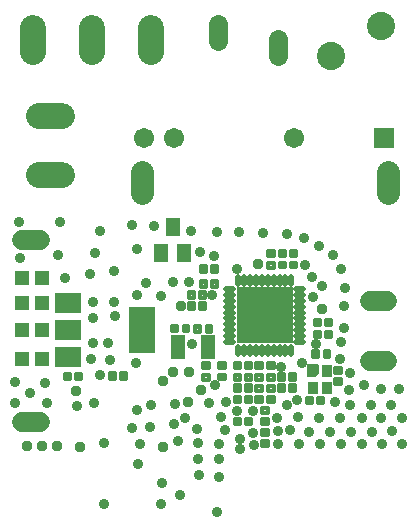
<source format=gbr>
G04 EAGLE Gerber RS-274X export*
G75*
%MOMM*%
%FSLAX34Y34*%
%LPD*%
%INSoldermask Bottom*%
%IPPOS*%
%AMOC8*
5,1,8,0,0,1.08239X$1,22.5*%
G01*
%ADD10C,1.711200*%
%ADD11R,1.711200X1.711200*%
%ADD12R,1.203200X1.603200*%
%ADD13C,1.711200*%
%ADD14C,2.184400*%
%ADD15C,2.387600*%
%ADD16C,0.380734*%
%ADD17C,0.503200*%
%ADD18R,4.703200X4.703200*%
%ADD19C,1.011200*%
%ADD20R,0.950000X1.050000*%
%ADD21R,1.203200X2.003200*%
%ADD22R,1.303200X1.203200*%
%ADD23C,1.981200*%
%ADD24R,2.209800X1.701800*%
%ADD25R,2.209800X4.013200*%
%ADD26C,1.625600*%
%ADD27C,0.909600*%
%ADD28C,0.959600*%

G36*
X266526Y122563D02*
X266526Y122563D01*
X266583Y122573D01*
X266597Y122584D01*
X266605Y122586D01*
X266614Y122596D01*
X266649Y122621D01*
X269899Y125871D01*
X269927Y125922D01*
X269960Y125970D01*
X269963Y125987D01*
X269967Y125994D01*
X269966Y126007D01*
X269973Y126050D01*
X269973Y132800D01*
X269969Y132815D01*
X269971Y132831D01*
X269950Y132882D01*
X269934Y132935D01*
X269922Y132946D01*
X269916Y132960D01*
X269870Y132992D01*
X269829Y133029D01*
X269813Y133031D01*
X269800Y133040D01*
X269720Y133053D01*
X260720Y133053D01*
X260705Y133049D01*
X260689Y133051D01*
X260638Y133030D01*
X260585Y133014D01*
X260574Y133002D01*
X260560Y132996D01*
X260528Y132950D01*
X260491Y132909D01*
X260489Y132893D01*
X260480Y132880D01*
X260467Y132800D01*
X260467Y122800D01*
X260471Y122785D01*
X260469Y122769D01*
X260490Y122718D01*
X260506Y122665D01*
X260518Y122654D01*
X260524Y122640D01*
X260570Y122608D01*
X260611Y122571D01*
X260627Y122569D01*
X260640Y122560D01*
X260720Y122547D01*
X266470Y122547D01*
X266526Y122563D01*
G37*
D10*
X122460Y324470D03*
X147860Y324470D03*
X249460Y324470D03*
D11*
X325660Y324470D03*
D12*
X146400Y249270D03*
X136900Y227270D03*
X155900Y227270D03*
D13*
X313150Y136380D02*
X328230Y136380D01*
X328230Y186380D02*
X313150Y186380D01*
X34230Y84380D02*
X19150Y84380D01*
X19150Y238380D02*
X34230Y238380D01*
D14*
X33124Y293304D02*
X52936Y293304D01*
X52936Y343596D02*
X33124Y343596D01*
D15*
X280173Y394080D03*
X322947Y419480D03*
D16*
X227297Y133863D02*
X227297Y129737D01*
X227297Y133863D02*
X231923Y133863D01*
X231923Y129737D01*
X227297Y129737D01*
X227297Y133354D02*
X231923Y133354D01*
X227297Y124263D02*
X227297Y120137D01*
X227297Y124263D02*
X231923Y124263D01*
X231923Y120137D01*
X227297Y120137D01*
X227297Y123754D02*
X231923Y123754D01*
X221923Y124263D02*
X221923Y120137D01*
X217297Y120137D01*
X217297Y124263D01*
X221923Y124263D01*
X221923Y123754D02*
X217297Y123754D01*
X221923Y129737D02*
X221923Y133863D01*
X221923Y129737D02*
X217297Y129737D01*
X217297Y133863D01*
X221923Y133863D01*
X221923Y133354D02*
X217297Y133354D01*
X236497Y110737D02*
X240623Y110737D01*
X236497Y110737D02*
X236497Y115363D01*
X240623Y115363D01*
X240623Y110737D01*
X240623Y114354D02*
X236497Y114354D01*
X246097Y110737D02*
X250223Y110737D01*
X246097Y110737D02*
X246097Y115363D01*
X250223Y115363D01*
X250223Y110737D01*
X250223Y114354D02*
X246097Y114354D01*
X221923Y105513D02*
X221923Y101387D01*
X217297Y101387D01*
X217297Y105513D01*
X221923Y105513D01*
X221923Y105004D02*
X217297Y105004D01*
X221923Y110987D02*
X221923Y115113D01*
X221923Y110987D02*
X217297Y110987D01*
X217297Y115113D01*
X221923Y115113D01*
X221923Y114604D02*
X217297Y114604D01*
X203123Y101137D02*
X198997Y101137D01*
X198997Y105763D01*
X203123Y105763D01*
X203123Y101137D01*
X203123Y104754D02*
X198997Y104754D01*
X208597Y101137D02*
X212723Y101137D01*
X208597Y101137D02*
X208597Y105763D01*
X212723Y105763D01*
X212723Y101137D01*
X212723Y104754D02*
X208597Y104754D01*
X208597Y87013D02*
X212723Y87013D01*
X212723Y82387D01*
X208597Y82387D01*
X208597Y87013D01*
X208597Y86004D02*
X212723Y86004D01*
X203123Y87013D02*
X198997Y87013D01*
X203123Y87013D02*
X203123Y82387D01*
X198997Y82387D01*
X198997Y87013D01*
X198997Y86004D02*
X203123Y86004D01*
X208597Y115363D02*
X212723Y115363D01*
X212723Y110737D01*
X208597Y110737D01*
X208597Y115363D01*
X208597Y114354D02*
X212723Y114354D01*
X203123Y115363D02*
X198997Y115363D01*
X203123Y115363D02*
X203123Y110737D01*
X198997Y110737D01*
X198997Y115363D01*
X198997Y114354D02*
X203123Y114354D01*
X227297Y115113D02*
X227297Y110987D01*
X227297Y115113D02*
X231923Y115113D01*
X231923Y110987D01*
X227297Y110987D01*
X227297Y114604D02*
X231923Y114604D01*
X227297Y105513D02*
X227297Y101387D01*
X227297Y105513D02*
X231923Y105513D01*
X231923Y101387D01*
X227297Y101387D01*
X227297Y105004D02*
X231923Y105004D01*
X276327Y171073D02*
X280453Y171073D01*
X280453Y166447D01*
X276327Y166447D01*
X276327Y171073D01*
X276327Y170064D02*
X280453Y170064D01*
X270853Y171073D02*
X266727Y171073D01*
X270853Y171073D02*
X270853Y166447D01*
X266727Y166447D01*
X266727Y171073D01*
X266727Y170064D02*
X270853Y170064D01*
X270853Y156137D02*
X266727Y156137D01*
X266727Y160763D01*
X270853Y160763D01*
X270853Y156137D01*
X270853Y159754D02*
X266727Y159754D01*
X276327Y156137D02*
X280453Y156137D01*
X276327Y156137D02*
X276327Y160763D01*
X280453Y160763D01*
X280453Y156137D01*
X280453Y159754D02*
X276327Y159754D01*
X222297Y96363D02*
X222297Y92237D01*
X222297Y96363D02*
X226923Y96363D01*
X226923Y92237D01*
X222297Y92237D01*
X222297Y95854D02*
X226923Y95854D01*
X222297Y86763D02*
X222297Y82637D01*
X222297Y86763D02*
X226923Y86763D01*
X226923Y82637D01*
X222297Y82637D01*
X222297Y86254D02*
X226923Y86254D01*
X222297Y77613D02*
X222297Y73487D01*
X222297Y77613D02*
X226923Y77613D01*
X226923Y73487D01*
X222297Y73487D01*
X222297Y77104D02*
X226923Y77104D01*
X222297Y68013D02*
X222297Y63887D01*
X222297Y68013D02*
X226923Y68013D01*
X226923Y63887D01*
X222297Y63887D01*
X222297Y67504D02*
X226923Y67504D01*
D17*
X201910Y201000D02*
X201910Y207000D01*
X206910Y207000D02*
X206910Y201000D01*
X211910Y201000D02*
X211910Y207000D01*
X216910Y207000D02*
X216910Y201000D01*
X221910Y201000D02*
X221910Y207000D01*
X226910Y207000D02*
X226910Y201000D01*
X231910Y201000D02*
X231910Y207000D01*
X236910Y207000D02*
X236910Y201000D01*
X241910Y201000D02*
X241910Y207000D01*
X246910Y207000D02*
X246910Y201000D01*
X250910Y197000D02*
X256910Y197000D01*
X256910Y192000D02*
X250910Y192000D01*
X250910Y187000D02*
X256910Y187000D01*
X256910Y182000D02*
X250910Y182000D01*
X250910Y177000D02*
X256910Y177000D01*
X256910Y172000D02*
X250910Y172000D01*
X250910Y167000D02*
X256910Y167000D01*
X256910Y162000D02*
X250910Y162000D01*
X250910Y157000D02*
X256910Y157000D01*
X256910Y152000D02*
X250910Y152000D01*
X246910Y148000D02*
X246910Y142000D01*
X241910Y142000D02*
X241910Y148000D01*
X236910Y148000D02*
X236910Y142000D01*
X231910Y142000D02*
X231910Y148000D01*
X226910Y148000D02*
X226910Y142000D01*
X221910Y142000D02*
X221910Y148000D01*
X216910Y148000D02*
X216910Y142000D01*
X211910Y142000D02*
X211910Y148000D01*
X206910Y148000D02*
X206910Y142000D01*
X201910Y142000D02*
X201910Y148000D01*
X197910Y152000D02*
X191910Y152000D01*
X191910Y157000D02*
X197910Y157000D01*
X197910Y162000D02*
X191910Y162000D01*
X191910Y167000D02*
X197910Y167000D01*
X197910Y172000D02*
X191910Y172000D01*
X191910Y177000D02*
X197910Y177000D01*
X197910Y182000D02*
X191910Y182000D01*
X191910Y187000D02*
X197910Y187000D01*
X197910Y192000D02*
X191910Y192000D01*
X191910Y197000D02*
X197910Y197000D01*
D18*
X224410Y174500D03*
D19*
X219410Y179500D03*
X219410Y169500D03*
X229410Y169500D03*
X229410Y179500D03*
X229410Y189500D03*
X219410Y189500D03*
X209410Y189500D03*
X209410Y179500D03*
X209410Y169500D03*
X209410Y159500D03*
X219410Y159500D03*
X229410Y159500D03*
X239410Y159500D03*
X239410Y169500D03*
X239410Y179500D03*
X239410Y189500D03*
D16*
X198967Y133863D02*
X198967Y129737D01*
X198967Y133863D02*
X203593Y133863D01*
X203593Y129737D01*
X198967Y129737D01*
X198967Y133354D02*
X203593Y133354D01*
X198967Y124263D02*
X198967Y120137D01*
X198967Y124263D02*
X203593Y124263D01*
X203593Y120137D01*
X198967Y120137D01*
X198967Y123754D02*
X203593Y123754D01*
X208167Y129737D02*
X208167Y133863D01*
X212793Y133863D01*
X212793Y129737D01*
X208167Y129737D01*
X208167Y133354D02*
X212793Y133354D01*
X208167Y124263D02*
X208167Y120137D01*
X208167Y124263D02*
X212793Y124263D01*
X212793Y120137D01*
X208167Y120137D01*
X208167Y123754D02*
X212793Y123754D01*
X172437Y129737D02*
X172437Y133863D01*
X177063Y133863D01*
X177063Y129737D01*
X172437Y129737D01*
X172437Y133354D02*
X177063Y133354D01*
X172437Y124263D02*
X172437Y120137D01*
X172437Y124263D02*
X177063Y124263D01*
X177063Y120137D01*
X172437Y120137D01*
X172437Y123754D02*
X177063Y123754D01*
X265477Y139387D02*
X269603Y139387D01*
X265477Y139387D02*
X265477Y144013D01*
X269603Y144013D01*
X269603Y139387D01*
X269603Y143004D02*
X265477Y143004D01*
X275077Y139387D02*
X279203Y139387D01*
X275077Y139387D02*
X275077Y144013D01*
X279203Y144013D01*
X279203Y139387D01*
X279203Y143004D02*
X275077Y143004D01*
X240623Y120007D02*
X236497Y120007D01*
X236497Y124633D01*
X240623Y124633D01*
X240623Y120007D01*
X240623Y123624D02*
X236497Y123624D01*
X246097Y120007D02*
X250223Y120007D01*
X246097Y120007D02*
X246097Y124633D01*
X250223Y124633D01*
X250223Y120007D01*
X250223Y123624D02*
X246097Y123624D01*
X251243Y215137D02*
X251243Y219263D01*
X251243Y215137D02*
X246617Y215137D01*
X246617Y219263D01*
X251243Y219263D01*
X251243Y218754D02*
X246617Y218754D01*
X251243Y224737D02*
X251243Y228863D01*
X251243Y224737D02*
X246617Y224737D01*
X246617Y228863D01*
X251243Y228863D01*
X251243Y228354D02*
X246617Y228354D01*
X174013Y194313D02*
X169887Y194313D01*
X174013Y194313D02*
X174013Y189687D01*
X169887Y189687D01*
X169887Y194313D01*
X169887Y193304D02*
X174013Y193304D01*
X164413Y194313D02*
X160287Y194313D01*
X164413Y194313D02*
X164413Y189687D01*
X160287Y189687D01*
X160287Y194313D01*
X160287Y193304D02*
X164413Y193304D01*
X190523Y124513D02*
X190523Y120387D01*
X185897Y120387D01*
X185897Y124513D01*
X190523Y124513D01*
X190523Y124004D02*
X185897Y124004D01*
X190523Y129987D02*
X190523Y134113D01*
X190523Y129987D02*
X185897Y129987D01*
X185897Y134113D01*
X190523Y134113D01*
X190523Y133604D02*
X185897Y133604D01*
D20*
X276720Y113300D03*
X276720Y127800D03*
X265220Y113300D03*
D16*
X183963Y203633D02*
X179837Y203633D01*
X183963Y203633D02*
X183963Y199007D01*
X179837Y199007D01*
X179837Y203633D01*
X179837Y202624D02*
X183963Y202624D01*
X174363Y203633D02*
X170237Y203633D01*
X174363Y203633D02*
X174363Y199007D01*
X170237Y199007D01*
X170237Y203633D01*
X170237Y202624D02*
X174363Y202624D01*
X260137Y100357D02*
X264263Y100357D01*
X260137Y100357D02*
X260137Y104983D01*
X264263Y104983D01*
X264263Y100357D01*
X264263Y103974D02*
X260137Y103974D01*
X269737Y100357D02*
X273863Y100357D01*
X269737Y100357D02*
X269737Y104983D01*
X273863Y104983D01*
X273863Y100357D01*
X273863Y103974D02*
X269737Y103974D01*
X283957Y125937D02*
X283957Y130063D01*
X288583Y130063D01*
X288583Y125937D01*
X283957Y125937D01*
X283957Y129554D02*
X288583Y129554D01*
X283957Y120463D02*
X283957Y116337D01*
X283957Y120463D02*
X288583Y120463D01*
X288583Y116337D01*
X283957Y116337D01*
X283957Y119954D02*
X288583Y119954D01*
D21*
X176150Y148230D03*
X151150Y148230D03*
D16*
X175077Y165343D02*
X179203Y165343D01*
X179203Y160717D01*
X175077Y160717D01*
X175077Y165343D01*
X175077Y164334D02*
X179203Y164334D01*
X169603Y165343D02*
X165477Y165343D01*
X169603Y165343D02*
X169603Y160717D01*
X165477Y160717D01*
X165477Y165343D01*
X165477Y164334D02*
X169603Y164334D01*
X159793Y165673D02*
X155667Y165673D01*
X159793Y165673D02*
X159793Y161047D01*
X155667Y161047D01*
X155667Y165673D01*
X155667Y164664D02*
X159793Y164664D01*
X150193Y165673D02*
X146067Y165673D01*
X150193Y165673D02*
X150193Y161047D01*
X146067Y161047D01*
X146067Y165673D01*
X146067Y164664D02*
X150193Y164664D01*
X97283Y120787D02*
X93157Y120787D01*
X93157Y125413D01*
X97283Y125413D01*
X97283Y120787D01*
X97283Y124404D02*
X93157Y124404D01*
X102757Y120787D02*
X106883Y120787D01*
X102757Y120787D02*
X102757Y125413D01*
X106883Y125413D01*
X106883Y120787D01*
X106883Y124404D02*
X102757Y124404D01*
X59143Y120637D02*
X55017Y120637D01*
X55017Y125263D01*
X59143Y125263D01*
X59143Y120637D01*
X59143Y124254D02*
X55017Y124254D01*
X64617Y120637D02*
X68743Y120637D01*
X64617Y120637D02*
X64617Y125263D01*
X68743Y125263D01*
X68743Y120637D01*
X68743Y124254D02*
X64617Y124254D01*
D22*
X36080Y206030D03*
X19080Y206030D03*
X36080Y185230D03*
X19080Y185230D03*
X36120Y162370D03*
X19120Y162370D03*
X36120Y138070D03*
X19120Y138070D03*
D16*
X232133Y215037D02*
X232133Y219163D01*
X232133Y215037D02*
X227507Y215037D01*
X227507Y219163D01*
X232133Y219163D01*
X232133Y218654D02*
X227507Y218654D01*
X232133Y224637D02*
X232133Y228763D01*
X232133Y224637D02*
X227507Y224637D01*
X227507Y228763D01*
X232133Y228763D01*
X232133Y228254D02*
X227507Y228254D01*
X174243Y211497D02*
X170117Y211497D01*
X170117Y216123D01*
X174243Y216123D01*
X174243Y211497D01*
X174243Y215114D02*
X170117Y215114D01*
X179717Y211497D02*
X183843Y211497D01*
X179717Y211497D02*
X179717Y216123D01*
X183843Y216123D01*
X183843Y211497D01*
X183843Y215114D02*
X179717Y215114D01*
D14*
X28312Y397864D02*
X28312Y417676D01*
X78350Y417676D02*
X78350Y397864D01*
X128388Y397864D02*
X128388Y417676D01*
D23*
X120540Y295650D02*
X120540Y277870D01*
X329140Y277870D02*
X329140Y295650D01*
D24*
X57524Y139364D03*
X57524Y162224D03*
X57524Y185084D03*
D25*
X120516Y161970D03*
D16*
X237187Y224737D02*
X237187Y228863D01*
X241813Y228863D01*
X241813Y224737D01*
X237187Y224737D01*
X237187Y228354D02*
X241813Y228354D01*
X237187Y219263D02*
X237187Y215137D01*
X237187Y219263D02*
X241813Y219263D01*
X241813Y215137D01*
X237187Y215137D01*
X237187Y218754D02*
X241813Y218754D01*
X164393Y180057D02*
X160267Y180057D01*
X160267Y184683D01*
X164393Y184683D01*
X164393Y180057D01*
X164393Y183674D02*
X160267Y183674D01*
X169867Y180057D02*
X173993Y180057D01*
X169867Y180057D02*
X169867Y184683D01*
X173993Y184683D01*
X173993Y180057D01*
X173993Y183674D02*
X169867Y183674D01*
D26*
X235712Y394208D02*
X235712Y408432D01*
X184912Y406908D02*
X184912Y421132D01*
D27*
X235204Y65532D03*
X252984Y66040D03*
X340868Y65532D03*
X323596Y65532D03*
X306832Y65532D03*
X288544Y65532D03*
X270764Y65532D03*
X235204Y76708D03*
X261620Y76200D03*
X279400Y76200D03*
X297180Y76200D03*
X314960Y76200D03*
X331724Y76708D03*
X234696Y87884D03*
X252476Y88392D03*
X340360Y87884D03*
X323088Y87884D03*
X306324Y87884D03*
X288036Y87884D03*
X270256Y87884D03*
X242824Y99060D03*
X251968Y102616D03*
X283464Y101092D03*
X296672Y98552D03*
X314452Y98552D03*
X331216Y99060D03*
X295656Y111252D03*
X308102Y115316D03*
X323088Y112522D03*
X338074Y112522D03*
X296926Y125730D03*
X288798Y151638D03*
X288290Y137922D03*
X245364Y77216D03*
X214884Y64516D03*
X214376Y75184D03*
X203454Y61722D03*
X203708Y70104D03*
X185928Y37592D03*
X185928Y52832D03*
X185928Y66040D03*
X190500Y77216D03*
X187452Y88900D03*
X214376Y93980D03*
X201168Y93980D03*
X191516Y101600D03*
X177292Y100584D03*
X85090Y123952D03*
X13208Y118364D03*
X65024Y98044D03*
X181864Y115570D03*
X163068Y150622D03*
X160528Y202692D03*
X200914Y213614D03*
X264160Y206756D03*
X265430Y189992D03*
X273050Y199136D03*
X256032Y134620D03*
X168402Y39370D03*
X168148Y53086D03*
X167640Y66548D03*
X166878Y78486D03*
X156718Y87630D03*
X148082Y99314D03*
X147320Y82296D03*
X151130Y67818D03*
X128270Y98552D03*
X116078Y94742D03*
X112014Y78994D03*
X127508Y80264D03*
X118364Y65786D03*
X117348Y48768D03*
X137160Y32512D03*
X136652Y14478D03*
X115570Y134620D03*
X88646Y66294D03*
X79756Y100076D03*
X92964Y136906D03*
X91948Y151384D03*
X79248Y150876D03*
X77216Y137414D03*
X38100Y117348D03*
X13208Y100584D03*
X39624Y100330D03*
X87884Y14986D03*
X152400Y22352D03*
X183896Y8128D03*
X78994Y172466D03*
X78994Y186182D03*
X96774Y186182D03*
X97282Y173990D03*
X292100Y197358D03*
X291846Y182118D03*
X291338Y163576D03*
X289306Y214122D03*
X282448Y225806D03*
X270002Y233172D03*
X257810Y240030D03*
X242824Y243586D03*
X223012Y244348D03*
X169672Y228600D03*
X183642Y245110D03*
X202692Y244856D03*
X162052Y246380D03*
X130302Y250190D03*
X112014Y250952D03*
X115824Y231140D03*
X97028Y211836D03*
X123952Y202184D03*
X146812Y202692D03*
X136906Y191262D03*
X85090Y246126D03*
X80518Y227584D03*
X49276Y226060D03*
X55626Y206248D03*
X76708Y209804D03*
X51308Y253746D03*
X16510Y254000D03*
X17018Y222758D03*
X25400Y108458D03*
X116586Y191516D03*
D28*
X153670Y182626D03*
X138176Y119154D03*
X138176Y63500D03*
X218440Y217932D03*
X160020Y126238D03*
X159766Y101092D03*
X23114Y64262D03*
X64262Y110744D03*
D27*
X258064Y217200D03*
X181776Y224536D03*
X180078Y191770D03*
X238379Y130629D03*
X267716Y150094D03*
D28*
X170452Y111760D03*
X48768Y63754D03*
X35800Y63754D03*
X68072Y62738D03*
X146558Y126238D03*
X273050Y179578D03*
M02*

</source>
